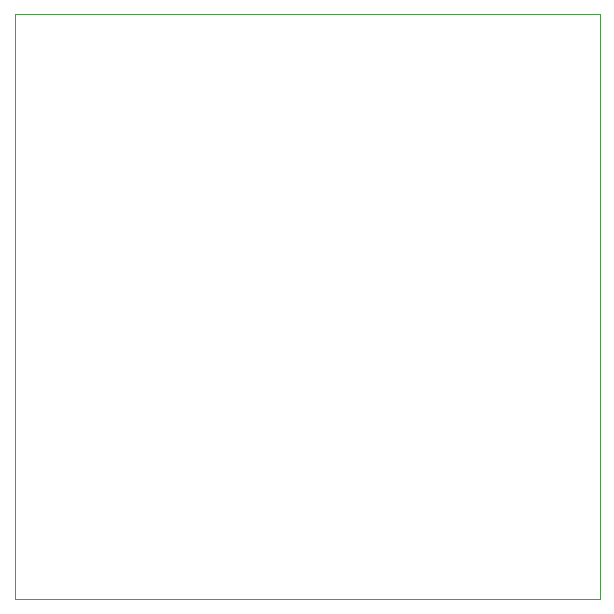
<source format=gbp>
G75*
%MOIN*%
%OFA0B0*%
%FSLAX25Y25*%
%IPPOS*%
%LPD*%
%AMOC8*
5,1,8,0,0,1.08239X$1,22.5*
%
%ADD10C,0.00000*%
D10*
X0001800Y0001800D02*
X0001800Y0196800D01*
X0196800Y0196800D01*
X0196800Y0001800D01*
X0001800Y0001800D01*
M02*

</source>
